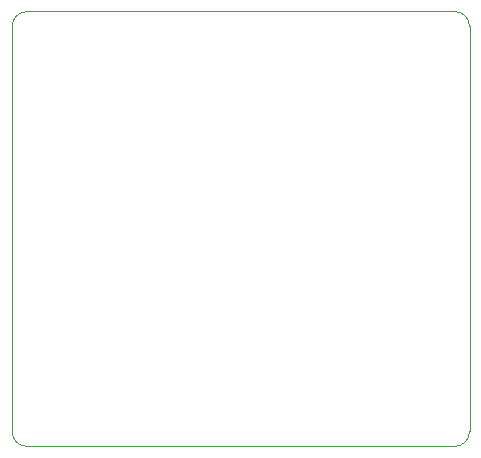
<source format=gbr>
%TF.GenerationSoftware,KiCad,Pcbnew,7.0.5*%
%TF.CreationDate,2024-11-04T15:17:59-05:00*%
%TF.ProjectId,93c46a_cnc,39336334-3661-45f6-936e-632e6b696361,rev?*%
%TF.SameCoordinates,Original*%
%TF.FileFunction,Profile,NP*%
%FSLAX46Y46*%
G04 Gerber Fmt 4.6, Leading zero omitted, Abs format (unit mm)*
G04 Created by KiCad (PCBNEW 7.0.5) date 2024-11-04 15:17:59*
%MOMM*%
%LPD*%
G01*
G04 APERTURE LIST*
%TA.AperFunction,Profile*%
%ADD10C,0.100000*%
%TD*%
G04 APERTURE END LIST*
D10*
X13998218Y-12637445D02*
X50193218Y-12637445D01*
X13998218Y-12637445D02*
G75*
G03*
X12728218Y-13907445I0J-1270000D01*
G01*
X12728218Y-48197445D02*
X12728218Y-13907445D01*
X12728218Y-48197445D02*
G75*
G03*
X13998218Y-49467445I1270000J0D01*
G01*
X50193218Y-49467445D02*
X13998218Y-49467445D01*
X50193218Y-49467445D02*
G75*
G03*
X51463218Y-48197445I0J1270000D01*
G01*
X51463218Y-13907445D02*
X51463218Y-48197445D01*
X51463218Y-13907445D02*
G75*
G03*
X50193218Y-12637445I-1270000J0D01*
G01*
M02*

</source>
